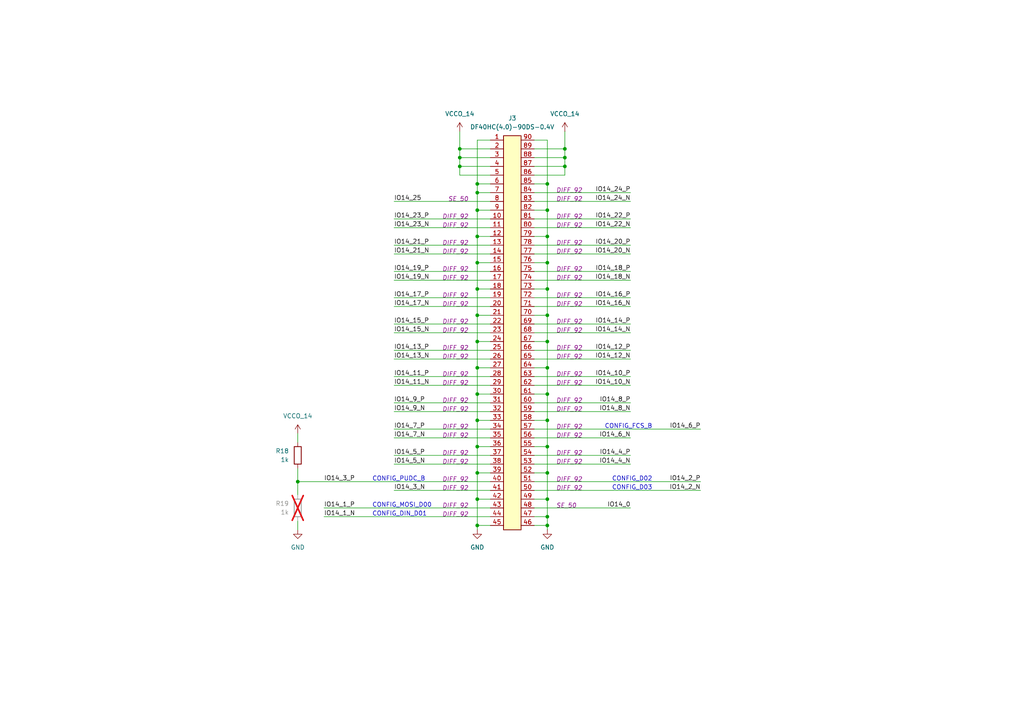
<source format=kicad_sch>
(kicad_sch (version 20250114) (generator "eeschema") (generator_version "9.0")
  (paper "A4")
  (lib_symbols
    (symbol "DF40HC(4.0)-90DS-0.4V_1"
      (property "Reference" "J" (at 0 3.81 0))
      (property "Value" "DF40HC(4.0)-90DS-0.4V" (at 0 1.27 0))
      (symbol "DF40HC(4.0)-90DS-0.4V_1_0_1"
        (rectangle (start 0 0) (end 5.08 -114.3) (stroke (width 0.254)) (fill (type background)))
      )
      (symbol "DF40HC(4.0)-90DS-0.4V_1_1_1"
        (pin passive line (at -3.81 -1.27 0) (length 3.81) (name "") (number "1"))
        (pin passive line (at -3.81 -3.81 0) (length 3.81) (name "") (number "2"))
        (pin passive line (at -3.81 -6.35 0) (length 3.81) (name "") (number "3"))
        (pin passive line (at -3.81 -8.89 0) (length 3.81) (name "") (number "4"))
        (pin passive line (at -3.81 -11.43 0) (length 3.81) (name "") (number "5"))
        (pin passive line (at -3.81 -13.97 0) (length 3.81) (name "") (number "6"))
        (pin passive line (at -3.81 -16.51 0) (length 3.81) (name "") (number "7"))
        (pin passive line (at -3.81 -19.05 0) (length 3.81) (name "") (number "8"))
        (pin passive line (at -3.81 -21.59 0) (length 3.81) (name "") (number "9"))
        (pin passive line (at -3.81 -24.13 0) (length 3.81) (name "") (number "10"))
        (pin passive line (at -3.81 -26.67 0) (length 3.81) (name "") (number "11"))
        (pin passive line (at -3.81 -29.21 0) (length 3.81) (name "") (number "12"))
        (pin passive line (at -3.81 -31.75 0) (length 3.81) (name "") (number "13"))
        (pin passive line (at -3.81 -34.29 0) (length 3.81) (name "") (number "14"))
        (pin passive line (at -3.81 -36.83 0) (length 3.81) (name "") (number "15"))
        (pin passive line (at -3.81 -39.37 0) (length 3.81) (name "") (number "16"))
        (pin passive line (at -3.81 -41.91 0) (length 3.81) (name "") (number "17"))
        (pin passive line (at -3.81 -44.45 0) (length 3.81) (name "") (number "18"))
        (pin passive line (at -3.81 -46.99 0) (length 3.81) (name "") (number "19"))
        (pin passive line (at -3.81 -49.53 0) (length 3.81) (name "") (number "20"))
        (pin passive line (at -3.81 -52.07 0) (length 3.81) (name "") (number "21"))
        (pin passive line (at -3.81 -54.61 0) (length 3.81) (name "") (number "22"))
        (pin passive line (at -3.81 -57.15 0) (length 3.81) (name "") (number "23"))
        (pin passive line (at -3.81 -59.69 0) (length 3.81) (name "") (number "24"))
        (pin passive line (at -3.81 -62.23 0) (length 3.81) (name "") (number "25"))
        (pin passive line (at -3.81 -64.77 0) (length 3.81) (name "") (number "26"))
        (pin passive line (at -3.81 -67.31 0) (length 3.81) (name "") (number "27"))
        (pin passive line (at -3.81 -69.85 0) (length 3.81) (name "") (number "28"))
        (pin passive line (at -3.81 -72.39 0) (length 3.81) (name "") (number "29"))
        (pin passive line (at -3.81 -74.93 0) (length 3.81) (name "") (number "30"))
        (pin passive line (at -3.81 -77.47 0) (length 3.81) (name "") (number "31"))
        (pin passive line (at -3.81 -80.01 0) (length 3.81) (name "") (number "32"))
        (pin passive line (at -3.81 -82.55 0) (length 3.81) (name "") (number "33"))
        (pin passive line (at -3.81 -85.09 0) (length 3.81) (name "") (number "34"))
        (pin passive line (at -3.81 -87.63 0) (length 3.81) (name "") (number "35"))
        (pin passive line (at -3.81 -90.17 0) (length 3.81) (name "") (number "36"))
        (pin passive line (at -3.81 -92.71 0) (length 3.81) (name "") (number "37"))
        (pin passive line (at -3.81 -95.25 0) (length 3.81) (name "") (number "38"))
        (pin passive line (at -3.81 -97.79 0) (length 3.81) (name "") (number "39"))
        (pin passive line (at -3.81 -100.33 0) (length 3.81) (name "") (number "40"))
        (pin passive line (at -3.81 -102.87 0) (length 3.81) (name "") (number "41"))
        (pin passive line (at -3.81 -105.41 0) (length 3.81) (name "") (number "42"))
        (pin passive line (at -3.81 -107.95 0) (length 3.81) (name "") (number "43"))
        (pin passive line (at -3.81 -110.49 0) (length 3.81) (name "") (number "44"))
        (pin passive line (at -3.81 -113.03 0) (length 3.81) (name "") (number "45"))
        (pin passive line (at 8.89 -1.27 180) (length 3.81) (name "") (number "90"))
        (pin passive line (at 8.89 -3.81 180) (length 3.81) (name "") (number "89"))
        (pin passive line (at 8.89 -6.35 180) (length 3.81) (name "") (number "88"))
        (pin passive line (at 8.89 -8.89 180) (length 3.81) (name "") (number "87"))
        (pin passive line (at 8.89 -11.43 180) (length 3.81) (name "") (number "86"))
        (pin passive line (at 8.89 -13.97 180) (length 3.81) (name "") (number "85"))
        (pin passive line (at 8.89 -16.51 180) (length 3.81) (name "") (number "84"))
        (pin passive line (at 8.89 -19.05 180) (length 3.81) (name "") (number "83"))
        (pin passive line (at 8.89 -21.59 180) (length 3.81) (name "") (number "82"))
        (pin passive line (at 8.89 -24.13 180) (length 3.81) (name "") (number "81"))
        (pin passive line (at 8.89 -26.67 180) (length 3.81) (name "") (number "80"))
        (pin passive line (at 8.89 -29.21 180) (length 3.81) (name "") (number "79"))
        (pin passive line (at 8.89 -31.75 180) (length 3.81) (name "") (number "78"))
        (pin passive line (at 8.89 -34.29 180) (length 3.81) (name "") (number "77"))
        (pin passive line (at 8.89 -36.83 180) (length 3.81) (name "") (number "76"))
        (pin passive line (at 8.89 -39.37 180) (length 3.81) (name "") (number "75"))
        (pin passive line (at 8.89 -41.91 180) (length 3.81) (name "") (number "74"))
        (pin passive line (at 8.89 -44.45 180) (length 3.81) (name "") (number "73"))
        (pin passive line (at 8.89 -46.99 180) (length 3.81) (name "") (number "72"))
        (pin passive line (at 8.89 -49.53 180) (length 3.81) (name "") (number "71"))
        (pin passive line (at 8.89 -52.07 180) (length 3.81) (name "") (number "70"))
        (pin passive line (at 8.89 -54.61 180) (length 3.81) (name "") (number "69"))
        (pin passive line (at 8.89 -57.15 180) (length 3.81) (name "") (number "68"))
        (pin passive line (at 8.89 -59.69 180) (length 3.81) (name "") (number "67"))
        (pin passive line (at 8.89 -62.23 180) (length 3.81) (name "") (number "66"))
        (pin passive line (at 8.89 -64.77 180) (length 3.81) (name "") (number "65"))
        (pin passive line (at 8.89 -67.31 180) (length 3.81) (name "") (number "64"))
        (pin passive line (at 8.89 -69.85 180) (length 3.81) (name "") (number "63"))
        (pin passive line (at 8.89 -72.39 180) (length 3.81) (name "") (number "62"))
        (pin passive line (at 8.89 -74.93 180) (length 3.81) (name "") (number "61"))
        (pin passive line (at 8.89 -77.47 180) (length 3.81) (name "") (number "60"))
        (pin passive line (at 8.89 -80.01 180) (length 3.81) (name "") (number "59"))
        (pin passive line (at 8.89 -82.55 180) (length 3.81) (name "") (number "58"))
        (pin passive line (at 8.89 -85.09 180) (length 3.81) (name "") (number "57"))
        (pin passive line (at 8.89 -87.63 180) (length 3.81) (name "") (number "56"))
        (pin passive line (at 8.89 -90.17 180) (length 3.81) (name "") (number "55"))
        (pin passive line (at 8.89 -92.71 180) (length 3.81) (name "") (number "54"))
        (pin passive line (at 8.89 -95.25 180) (length 3.81) (name "") (number "53"))
        (pin passive line (at 8.89 -97.79 180) (length 3.81) (name "") (number "52"))
        (pin passive line (at 8.89 -100.33 180) (length 3.81) (name "") (number "51"))
        (pin passive line (at 8.89 -102.87 180) (length 3.81) (name "") (number "50"))
        (pin passive line (at 8.89 -105.41 180) (length 3.81) (name "") (number "49"))
        (pin passive line (at 8.89 -107.95 180) (length 3.81) (name "") (number "48"))
        (pin passive line (at 8.89 -110.49 180) (length 3.81) (name "") (number "47"))
        (pin passive line (at 8.89 -113.03 180) (length 3.81) (name "") (number "46"))
      )
    )
    (symbol "Device:R" (pin_numbers (hide yes)) (pin_names (offset 0))
      (property "Reference" "R" (at 2.032 0 90))
      (property "Value" "R" (at 0 0 90))
      (symbol "R_0_1"
        (rectangle (start -1.016 -2.54) (end 1.016 2.54) (stroke (width 0.254)))
      )
      (symbol "R_1_1"
        (pin passive line (at 0 3.81 270) (length 1.27) (name "~") (number "1"))
        (pin passive line (at 0 -3.81 90) (length 1.27) (name "~") (number "2"))
      )
    )
    (symbol "power:GND" (power) (pin_numbers (hide yes)) (pin_names (offset 0) (hide yes))
      (property "Value" "GND" (at 0 -3.81 0))
      (symbol "GND_0_1"
        (polyline (pts (xy 0 0) (xy 0 -1.27) (xy 1.27 -1.27) (xy 0 -2.54) (xy -1.27 -1.27) (xy 0 -1.27)))
      )
      (symbol "GND_1_1"
        (pin power_in line (at 0 0 270) (length 0) (name "~") (number "1"))
      )
    )
    (symbol "power:VCC" (power) (pin_numbers (hide yes)) (pin_names (offset 0) (hide yes))
      (property "Value" "VCC" (at 0 3.556 0))
      (symbol "VCC_0_1"
        (polyline (pts (xy -0.762 1.27) (xy 0 2.54)))
        (polyline (pts (xy 0 2.54) (xy 0.762 1.27)))
        (polyline (pts (xy 0 0) (xy 0 2.54)))
      )
      (symbol "VCC_1_1"
        (pin power_in line (at 0 0 90) (length 0) (name "~") (number "1"))
      )
    )
  )
  (text "CONFIG_DIN_D01" (at 107.95 149.86 0) (effects (font (size 1.27 1.27)) (justify left bottom)))
  (text "CONFIG_D02" (at 189.23 139.7 0) (effects (font (size 1.27 1.27)) (justify right bottom)))
  (text "CONFIG_D03\n" (at 189.23 142.24 0) (effects (font (size 1.27 1.27)) (justify right bottom)))
  (text "CONFIG_FCS_B" (at 189.23 124.46 0) (effects (font (size 1.27 1.27)) (justify right bottom)))
  (text "CONFIG_PUDC_B" (at 107.95 139.7 0) (effects (font (size 1.27 1.27)) (justify left bottom)))
  (text "CONFIG_MOSI_D00" (at 107.95 147.32 0) (effects (font (size 1.27 1.27)) (justify left bottom)))
  (junction (at 163.83 43.18))
  (junction (at 158.75 106.68))
  (junction (at 138.43 129.54))
  (junction (at 163.83 48.26))
  (junction (at 158.75 149.86))
  (junction (at 158.75 68.58))
  (junction (at 138.43 121.92))
  (junction (at 138.43 83.82))
  (junction (at 138.43 60.96))
  (junction (at 158.75 114.3))
  (junction (at 158.75 53.34))
  (junction (at 133.35 45.72))
  (junction (at 158.75 83.82))
  (junction (at 138.43 152.4))
  (junction (at 138.43 144.78))
  (junction (at 158.75 91.44))
  (junction (at 158.75 76.2))
  (junction (at 138.43 106.68))
  (junction (at 158.75 144.78))
  (junction (at 158.75 137.16))
  (junction (at 158.75 121.92))
  (junction (at 138.43 114.3))
  (junction (at 133.35 48.26))
  (junction (at 158.75 129.54))
  (junction (at 138.43 91.44))
  (junction (at 158.75 60.96))
  (junction (at 158.75 152.4))
  (junction (at 138.43 55.88))
  (junction (at 138.43 99.06))
  (junction (at 133.35 43.18))
  (junction (at 86.36 139.7))
  (junction (at 163.83 45.72))
  (junction (at 138.43 137.16))
  (junction (at 138.43 76.2))
  (junction (at 138.43 68.58))
  (junction (at 158.75 99.06))
  (junction (at 138.43 53.34))
  (wire (pts (xy 154.94 111.76) (xy 182.88 111.76)))
  (wire (pts (xy 158.75 40.64) (xy 158.75 53.34)))
  (wire (pts (xy 154.94 139.7) (xy 203.2 139.7)))
  (wire (pts (xy 138.43 99.06) (xy 138.43 91.44)))
  (wire (pts (xy 158.75 60.96) (xy 154.94 60.96)))
  (wire (pts (xy 154.94 73.66) (xy 182.88 73.66)))
  (wire (pts (xy 138.43 68.58) (xy 142.24 68.58)))
  (wire (pts (xy 114.3 66.04) (xy 142.24 66.04)))
  (wire (pts (xy 138.43 76.2) (xy 138.43 68.58)))
  (wire (pts (xy 138.43 40.64) (xy 138.43 53.34)))
  (wire (pts (xy 154.94 58.42) (xy 182.88 58.42)))
  (wire (pts (xy 154.94 147.32) (xy 182.88 147.32)))
  (wire (pts (xy 86.36 125.73) (xy 86.36 128.27)))
  (wire (pts (xy 114.3 78.74) (xy 142.24 78.74)))
  (wire (pts (xy 158.75 114.3) (xy 158.75 121.92)))
  (wire (pts (xy 158.75 99.06) (xy 158.75 106.68)))
  (wire (pts (xy 154.94 78.74) (xy 182.88 78.74)))
  (wire (pts (xy 154.94 104.14) (xy 182.88 104.14)))
  (wire (pts (xy 154.94 81.28) (xy 182.88 81.28)))
  (wire (pts (xy 138.43 83.82) (xy 138.43 76.2)))
  (wire (pts (xy 138.43 83.82) (xy 142.24 83.82)))
  (wire (pts (xy 158.75 83.82) (xy 158.75 76.2)))
  (wire (pts (xy 133.35 43.18) (xy 133.35 45.72)))
  (wire (pts (xy 158.75 144.78) (xy 158.75 149.86)))
  (wire (pts (xy 114.3 71.12) (xy 142.24 71.12)))
  (wire (pts (xy 158.75 76.2) (xy 158.75 68.58)))
  (wire (pts (xy 142.24 40.64) (xy 138.43 40.64)))
  (wire (pts (xy 138.43 68.58) (xy 138.43 60.96)))
  (wire (pts (xy 154.94 96.52) (xy 182.88 96.52)))
  (wire (pts (xy 154.94 134.62) (xy 182.88 134.62)))
  (wire (pts (xy 114.3 73.66) (xy 142.24 73.66)))
  (wire (pts (xy 158.75 152.4) (xy 158.75 153.67)))
  (wire (pts (xy 114.3 142.24) (xy 142.24 142.24)))
  (wire (pts (xy 154.94 116.84) (xy 182.88 116.84)))
  (wire (pts (xy 138.43 114.3) (xy 142.24 114.3)))
  (wire (pts (xy 114.3 86.36) (xy 142.24 86.36)))
  (wire (pts (xy 138.43 99.06) (xy 138.43 106.68)))
  (wire (pts (xy 158.75 106.68) (xy 158.75 114.3)))
  (wire (pts (xy 114.3 88.9) (xy 142.24 88.9)))
  (wire (pts (xy 138.43 91.44) (xy 142.24 91.44)))
  (wire (pts (xy 138.43 60.96) (xy 142.24 60.96)))
  (wire (pts (xy 154.94 86.36) (xy 182.88 86.36)))
  (wire (pts (xy 158.75 129.54) (xy 154.94 129.54)))
  (wire (pts (xy 158.75 91.44) (xy 154.94 91.44)))
  (wire (pts (xy 138.43 55.88) (xy 142.24 55.88)))
  (wire (pts (xy 138.43 53.34) (xy 142.24 53.34)))
  (wire (pts (xy 114.3 81.28) (xy 142.24 81.28)))
  (wire (pts (xy 163.83 48.26) (xy 163.83 45.72)))
  (wire (pts (xy 154.94 93.98) (xy 182.88 93.98)))
  (wire (pts (xy 133.35 45.72) (xy 142.24 45.72)))
  (wire (pts (xy 158.75 144.78) (xy 154.94 144.78)))
  (wire (pts (xy 154.94 101.6) (xy 182.88 101.6)))
  (wire (pts (xy 114.3 63.5) (xy 142.24 63.5)))
  (wire (pts (xy 158.75 99.06) (xy 158.75 91.44)))
  (wire (pts (xy 138.43 76.2) (xy 142.24 76.2)))
  (wire (pts (xy 93.98 147.32) (xy 142.24 147.32)))
  (wire (pts (xy 138.43 137.16) (xy 138.43 144.78)))
  (wire (pts (xy 86.36 139.7) (xy 142.24 139.7)))
  (wire (pts (xy 154.94 63.5) (xy 182.88 63.5)))
  (wire (pts (xy 158.75 137.16) (xy 154.94 137.16)))
  (wire (pts (xy 114.3 119.38) (xy 142.24 119.38)))
  (wire (pts (xy 154.94 48.26) (xy 163.83 48.26)))
  (wire (pts (xy 163.83 43.18) (xy 163.83 45.72)))
  (wire (pts (xy 142.24 106.68) (xy 138.43 106.68)))
  (wire (pts (xy 158.75 129.54) (xy 158.75 137.16)))
  (wire (pts (xy 138.43 99.06) (xy 142.24 99.06)))
  (wire (pts (xy 114.3 132.08) (xy 142.24 132.08)))
  (wire (pts (xy 154.94 132.08) (xy 182.88 132.08)))
  (wire (pts (xy 158.75 68.58) (xy 154.94 68.58)))
  (wire (pts (xy 114.3 93.98) (xy 142.24 93.98)))
  (wire (pts (xy 154.94 142.24) (xy 203.2 142.24)))
  (wire (pts (xy 154.94 106.68) (xy 158.75 106.68)))
  (wire (pts (xy 133.35 50.8) (xy 142.24 50.8)))
  (wire (pts (xy 138.43 144.78) (xy 138.43 152.4)))
  (wire (pts (xy 138.43 60.96) (xy 138.43 55.88)))
  (wire (pts (xy 133.35 50.8) (xy 133.35 48.26)))
  (wire (pts (xy 158.75 53.34) (xy 158.75 60.96)))
  (wire (pts (xy 138.43 129.54) (xy 138.43 137.16)))
  (wire (pts (xy 138.43 137.16) (xy 142.24 137.16)))
  (wire (pts (xy 138.43 144.78) (xy 142.24 144.78)))
  (wire (pts (xy 138.43 55.88) (xy 138.43 53.34)))
  (wire (pts (xy 138.43 114.3) (xy 138.43 121.92)))
  (wire (pts (xy 154.94 40.64) (xy 158.75 40.64)))
  (wire (pts (xy 154.94 124.46) (xy 203.2 124.46)))
  (wire (pts (xy 138.43 106.68) (xy 138.43 114.3)))
  (wire (pts (xy 154.94 45.72) (xy 163.83 45.72)))
  (wire (pts (xy 114.3 111.76) (xy 142.24 111.76)))
  (wire (pts (xy 138.43 152.4) (xy 138.43 153.67)))
  (wire (pts (xy 154.94 109.22) (xy 182.88 109.22)))
  (wire (pts (xy 138.43 91.44) (xy 138.43 83.82)))
  (wire (pts (xy 133.35 43.18) (xy 142.24 43.18)))
  (wire (pts (xy 86.36 139.7) (xy 86.36 143.51)))
  (wire (pts (xy 114.3 58.42) (xy 142.24 58.42)))
  (wire (pts (xy 154.94 71.12) (xy 182.88 71.12)))
  (wire (pts (xy 154.94 88.9) (xy 182.88 88.9)))
  (wire (pts (xy 138.43 121.92) (xy 138.43 129.54)))
  (wire (pts (xy 158.75 152.4) (xy 154.94 152.4)))
  (wire (pts (xy 154.94 50.8) (xy 163.83 50.8)))
  (wire (pts (xy 86.36 135.89) (xy 86.36 139.7)))
  (wire (pts (xy 154.94 119.38) (xy 182.88 119.38)))
  (wire (pts (xy 138.43 152.4) (xy 142.24 152.4)))
  (wire (pts (xy 114.3 116.84) (xy 142.24 116.84)))
  (wire (pts (xy 158.75 53.34) (xy 154.94 53.34)))
  (wire (pts (xy 158.75 137.16) (xy 158.75 144.78)))
  (wire (pts (xy 133.35 48.26) (xy 133.35 45.72)))
  (wire (pts (xy 114.3 104.14) (xy 142.24 104.14)))
  (wire (pts (xy 114.3 134.62) (xy 142.24 134.62)))
  (wire (pts (xy 138.43 129.54) (xy 142.24 129.54)))
  (wire (pts (xy 163.83 38.1) (xy 163.83 43.18)))
  (wire (pts (xy 114.3 109.22) (xy 142.24 109.22)))
  (wire (pts (xy 158.75 121.92) (xy 154.94 121.92)))
  (wire (pts (xy 158.75 121.92) (xy 158.75 129.54)))
  (wire (pts (xy 158.75 99.06) (xy 154.94 99.06)))
  (wire (pts (xy 154.94 43.18) (xy 163.83 43.18)))
  (wire (pts (xy 93.98 149.86) (xy 142.24 149.86)))
  (wire (pts (xy 133.35 38.1) (xy 133.35 43.18)))
  (wire (pts (xy 163.83 50.8) (xy 163.83 48.26)))
  (wire (pts (xy 154.94 127) (xy 182.88 127)))
  (wire (pts (xy 158.75 114.3) (xy 154.94 114.3)))
  (wire (pts (xy 114.3 96.52) (xy 142.24 96.52)))
  (wire (pts (xy 158.75 76.2) (xy 154.94 76.2)))
  (wire (pts (xy 86.36 151.13) (xy 86.36 153.67)))
  (wire (pts (xy 138.43 121.92) (xy 142.24 121.92)))
  (wire (pts (xy 154.94 66.04) (xy 182.88 66.04)))
  (wire (pts (xy 158.75 149.86) (xy 158.75 152.4)))
  (wire (pts (xy 133.35 48.26) (xy 142.24 48.26)))
  (wire (pts (xy 114.3 127) (xy 142.24 127)))
  (wire (pts (xy 154.94 55.88) (xy 182.88 55.88)))
  (wire (pts (xy 158.75 91.44) (xy 158.75 83.82)))
  (wire (pts (xy 114.3 101.6) (xy 142.24 101.6)))
  (wire (pts (xy 114.3 124.46) (xy 142.24 124.46)))
  (wire (pts (xy 154.94 149.86) (xy 158.75 149.86)))
  (wire (pts (xy 158.75 83.82) (xy 154.94 83.82)))
  (wire (pts (xy 158.75 68.58) (xy 158.75 60.96)))
  (label "IO14_10_P" (at 182.88 109.22 180) (property "Netclass" "DIFF_92" (at 161.29 109.22 0) (effects (font (italic yes)) (justify left bottom))))
  (label "IO14_17_N" (at 114.3 88.9 0) (property "Netclass" "DIFF_92" (at 135.89 88.9 0) (effects (font (italic yes)) (justify right bottom))))
  (label "IO14_15_N" (at 114.3 96.52 0) (property "Netclass" "DIFF_92" (at 135.89 96.52 0) (effects (font (italic yes)) (justify right bottom))))
  (label "IO14_17_P" (at 114.3 86.36 0) (property "Netclass" "DIFF_92" (at 135.89 86.36 0) (effects (font (italic yes)) (justify right bottom))))
  (label "IO14_18_P" (at 182.88 78.74 180) (property "Netclass" "DIFF_92" (at 161.29 78.74 0) (effects (font (italic yes)) (justify left bottom))))
  (label "IO14_25" (at 114.3 58.42 0) (property "Netclass" "SE_50" (at 135.89 58.42 0) (effects (font (italic yes)) (justify right bottom))))
  (label "IO14_21_N" (at 114.3 73.66 0) (property "Netclass" "DIFF_92" (at 135.89 73.66 0) (effects (font (italic yes)) (justify right bottom))))
  (label "IO14_12_N" (at 182.88 104.14 180) (property "Netclass" "DIFF_92" (at 161.29 104.14 0) (effects (font (italic yes)) (justify left bottom))))
  (label "IO14_1_P" (at 93.98 147.32 0) (property "Netclass" "DIFF_92" (at 135.89 147.32 0) (effects (font (italic yes)) (justify right bottom))))
  (label "IO14_13_P" (at 114.3 101.6 0) (property "Netclass" "DIFF_92" (at 135.89 101.6 0) (effects (font (italic yes)) (justify right bottom))))
  (label "IO14_11_N" (at 114.3 111.76 0) (property "Netclass" "DIFF_92" (at 135.89 111.76 0) (effects (font (italic yes)) (justify right bottom))))
  (label "IO14_22_N" (at 182.88 66.04 180) (property "Netclass" "DIFF_92" (at 161.29 66.04 0) (effects (font (italic yes)) (justify left bottom))))
  (label "IO14_1_N" (at 93.98 149.86 0) (property "Netclass" "DIFF_92" (at 135.89 149.86 0) (effects (font (italic yes)) (justify right bottom))))
  (label "IO14_23_N" (at 114.3 66.04 0) (property "Netclass" "DIFF_92" (at 135.89 66.04 0) (effects (font (italic yes)) (justify right bottom))))
  (label "IO14_19_N" (at 114.3 81.28 0) (property "Netclass" "DIFF_92" (at 135.89 81.28 0) (effects (font (italic yes)) (justify right bottom))))
  (label "IO14_9_P" (at 114.3 116.84 0) (property "Netclass" "DIFF_92" (at 135.89 116.84 0) (effects (font (italic yes)) (justify right bottom))))
  (label "IO14_6_P" (at 203.2 124.46 180) (property "Netclass" "DIFF_92" (at 161.29 124.46 0) (effects (font (italic yes)) (justify left bottom))))
  (label "IO14_8_N" (at 182.88 119.38 180) (property "Netclass" "DIFF_92" (at 161.29 119.38 0) (effects (font (italic yes)) (justify left bottom))))
  (label "IO14_12_P" (at 182.88 101.6 180) (property "Netclass" "DIFF_92" (at 161.29 101.6 0) (effects (font (italic yes)) (justify left bottom))))
  (label "IO14_7_P" (at 114.3 124.46 0) (property "Netclass" "DIFF_92" (at 135.89 124.46 0) (effects (font (italic yes)) (justify right bottom))))
  (label "IO14_23_P" (at 114.3 63.5 0) (property "Netclass" "DIFF_92" (at 135.89 63.5 0) (effects (font (italic yes)) (justify right bottom))))
  (label "IO14_20_N" (at 182.88 73.66 180) (property "Netclass" "DIFF_92" (at 161.29 73.66 0) (effects (font (italic yes)) (justify left bottom))))
  (label "IO14_19_P" (at 114.3 78.74 0) (property "Netclass" "DIFF_92" (at 135.89 78.74 0) (effects (font (italic yes)) (justify right bottom))))
  (label "IO14_3_P" (at 93.98 139.7 0) (property "Netclass" "DIFF_92" (at 135.89 139.7 0) (effects (font (italic yes)) (justify right bottom))))
  (label "IO14_15_P" (at 114.3 93.98 0) (property "Netclass" "DIFF_92" (at 135.89 93.98 0) (effects (font (italic yes)) (justify right bottom))))
  (label "IO14_16_N" (at 182.88 88.9 180) (property "Netclass" "DIFF_92" (at 161.29 88.9 0) (effects (font (italic yes)) (justify left bottom))))
  (label "IO14_2_P" (at 203.2 139.7 180) (property "Netclass" "DIFF_92" (at 161.29 139.7 0) (effects (font (italic yes)) (justify left bottom))))
  (label "IO14_5_P" (at 114.3 132.08 0) (property "Netclass" "DIFF_92" (at 135.89 132.08 0) (effects (font (italic yes)) (justify right bottom))))
  (label "IO14_4_N" (at 182.88 134.62 180) (property "Netclass" "DIFF_92" (at 161.29 134.62 0) (effects (font (italic yes)) (justify left bottom))))
  (label "IO14_2_N" (at 203.2 142.24 180) (property "Netclass" "DIFF_92" (at 161.29 142.24 0) (effects (font (italic yes)) (justify left bottom))))
  (label "IO14_21_P" (at 114.3 71.12 0) (property "Netclass" "DIFF_92" (at 135.89 71.12 0) (effects (font (italic yes)) (justify right bottom))))
  (label "IO14_5_N" (at 114.3 134.62 0) (property "Netclass" "DIFF_92" (at 135.89 134.62 0) (effects (font (italic yes)) (justify right bottom))))
  (label "IO14_3_N" (at 114.3 142.24 0) (property "Netclass" "DIFF_92" (at 135.89 142.24 0) (effects (font (italic yes)) (justify right bottom))))
  (label "IO14_13_N" (at 114.3 104.14 0) (property "Netclass" "DIFF_92" (at 135.89 104.14 0) (effects (font (italic yes)) (justify right bottom))))
  (label "IO14_14_P" (at 182.88 93.98 180) (property "Netclass" "DIFF_92" (at 161.29 93.98 0) (effects (font (italic yes)) (justify left bottom))))
  (label "IO14_14_N" (at 182.88 96.52 180) (property "Netclass" "DIFF_92" (at 161.29 96.52 0) (effects (font (italic yes)) (justify left bottom))))
  (label "IO14_10_N" (at 182.88 111.76 180) (property "Netclass" "DIFF_92" (at 161.29 111.76 0) (effects (font (italic yes)) (justify left bottom))))
  (label "IO14_7_N" (at 114.3 127 0) (property "Netclass" "DIFF_92" (at 135.89 127 0) (effects (font (italic yes)) (justify right bottom))))
  (label "IO14_0" (at 182.88 147.32 180) (property "Netclass" "SE_50" (at 161.29 147.32 0) (effects (font (italic yes)) (justify left bottom))))
  (label "IO14_16_P" (at 182.88 86.36 180) (property "Netclass" "DIFF_92" (at 161.29 86.36 0) (effects (font (italic yes)) (justify left bottom))))
  (label "IO14_8_P" (at 182.88 116.84 180) (property "Netclass" "DIFF_92" (at 161.29 116.84 0) (effects (font (italic yes)) (justify left bottom))))
  (label "IO14_4_P" (at 182.88 132.08 180) (property "Netclass" "DIFF_92" (at 161.29 132.08 0) (effects (font (italic yes)) (justify left bottom))))
  (label "IO14_11_P" (at 114.3 109.22 0) (property "Netclass" "DIFF_92" (at 135.89 109.22 0) (effects (font (italic yes)) (justify right bottom))))
  (label "IO14_20_P" (at 182.88 71.12 180) (property "Netclass" "DIFF_92" (at 161.29 71.12 0) (effects (font (italic yes)) (justify left bottom))))
  (label "IO14_24_N" (at 182.88 58.42 180) (property "Netclass" "DIFF_92" (at 161.29 58.42 0) (effects (font (italic yes)) (justify left bottom))))
  (label "IO14_24_P" (at 182.88 55.88 180) (property "Netclass" "DIFF_92" (at 161.29 55.88 0) (effects (font (italic yes)) (justify left bottom))))
  (label "IO14_22_P" (at 182.88 63.5 180) (property "Netclass" "DIFF_92" (at 161.29 63.5 0) (effects (font (italic yes)) (justify left bottom))))
  (label "IO14_9_N" (at 114.3 119.38 0) (property "Netclass" "DIFF_92" (at 135.89 119.38 0) (effects (font (italic yes)) (justify right bottom))))
  (label "IO14_6_N" (at 182.88 127 180) (property "Netclass" "DIFF_92" (at 161.29 127 0) (effects (font (italic yes)) (justify left bottom))))
  (label "IO14_18_N" (at 182.88 81.28 180) (property "Netclass" "DIFF_92" (at 161.29 81.28 0) (effects (font (italic yes)) (justify left bottom))))
  (symbol (lib_id "power:VCC") (at 163.83 38.1 0) (unit 1)
    (property "Reference" "#PWR014" (effects (hide yes)))
    (property "Value" "VCCO_14" (at 163.83 33.02 0))
    (property "Description" "Power symbol creates a global label with name \"VCC\"" (effects (hide yes)))
  )
  (symbol (lib_id "power:GND") (at 158.75 153.67 0) (mirror y) (unit 1)
    (property "Reference" "#PWR018" (effects (hide yes)))
    (property "Value" "GND" (at 158.75 158.75 0))
    (property "Description" "Power symbol creates a global label with name \"GND\" , ground" (effects (hide yes)))
  )
  (symbol (lib_id "power:GND") (at 86.36 153.67 0) (mirror y) (unit 1)
    (property "Reference" "#PWR062" (effects (hide yes)))
    (property "Value" "GND" (at 86.36 158.75 0))
    (property "Description" "Power symbol creates a global label with name \"GND\" , ground" (effects (hide yes)))
  )
  (symbol (lib_id "Device:R") (at 86.36 147.32 0) (mirror x) (unit 1) (in_bom no) (dnp yes)
    (property "Reference" "R19" (at 83.82 146.0499 0) (effects (justify right)))
    (property "Value" "1k" (at 83.82 148.5899 0) (effects (justify right)))
    (property "Footprint" "Resistor_SMD:R_0402_1005Metric" (effects (hide yes)))
    (property "Description" "Resistor" (effects (hide yes)))
    (property "LCSC" "C11702" (effects (hide yes)))
  )
  (symbol (lib_name "DF40HC(4.0)-90DS-0.4V_1") (lib_id "nuku:DF40HC(4.0)-90DS-0.4V") (at 146.05 39.37 0) (unit 1)
    (property "Reference" "J3" (at 148.59 34.29 0))
    (property "Value" "DF40HC(4.0)-90DS-0.4V" (at 148.59 36.83 0))
    (property "Footprint" "nuku:DF40HC(4.0)-90DS-0.4V" (effects (hide yes)))
    (property "Datasheet" "https://www.lcsc.com/datasheet/lcsc_datasheet_2006112253_HRS-Hirose-DF40HC-4-0-90DS-0-4V-51_C597947.pdf" (effects (hide yes)))
    (property "LCSC" "C597947" (effects (hide yes)))
  )
  (symbol (lib_id "Device:R") (at 86.36 132.08 0) (mirror x) (unit 1)
    (property "Reference" "R18" (at 83.82 130.8099 0) (effects (justify right)))
    (property "Value" "1k" (at 83.82 133.3499 0) (effects (justify right)))
    (property "Footprint" "Resistor_SMD:R_0402_1005Metric" (effects (hide yes)))
    (property "Description" "Resistor" (effects (hide yes)))
    (property "LCSC" "C11702" (effects (hide yes)))
  )
  (symbol (lib_id "power:VCC") (at 86.36 125.73 0) (mirror y) (unit 1)
    (property "Reference" "#PWR060" (effects (hide yes)))
    (property "Value" "VCCO_14" (at 86.36 120.65 0))
    (property "Description" "Power symbol creates a global label with name \"VCC\"" (effects (hide yes)))
  )
  (symbol (lib_id "power:GND") (at 138.43 153.67 0) (unit 1)
    (property "Reference" "#PWR017" (effects (hide yes)))
    (property "Value" "GND" (at 138.43 158.75 0))
    (property "Description" "Power symbol creates a global label with name \"GND\" , ground" (effects (hide yes)))
  )
  (symbol (lib_id "power:VCC") (at 133.35 38.1 0) (unit 1)
    (property "Reference" "#PWR013" (effects (hide yes)))
    (property "Value" "VCCO_14" (at 133.35 33.02 0))
    (property "Description" "Power symbol creates a global label with name \"VCC\"" (effects (hide yes)))
  )
)
</source>
